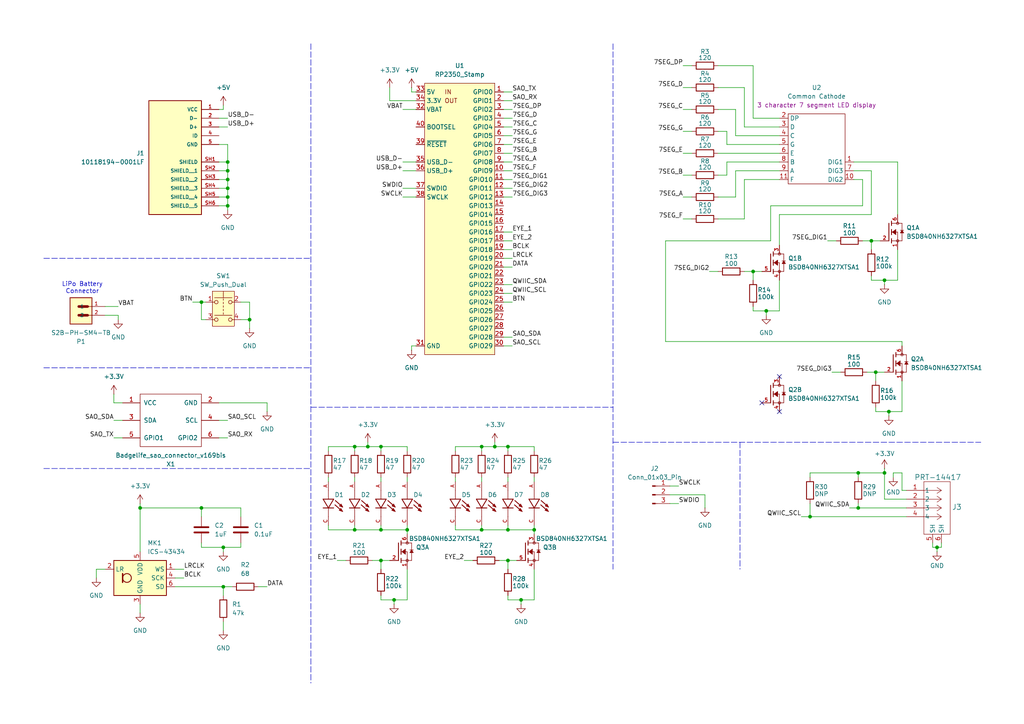
<source format=kicad_sch>
(kicad_sch (version 20250114) (generator "eeschema") (generator_version "9.0")
  (paper "A4")
  (title_block (title "Crommeter") (date "2025-09-20") (rev "v01") (company "creativecommons.org/licenses/by/4.0/") (comment 1 "License: CC BY 4.0") (comment 2 "Author: Shawn Hymel"))
  (lib_symbols
    (symbol "10118194-0001LF:10118194-0001LF" (pin_names (offset 1.016))
      (property "Reference" "J" (at -7.62 10.922 0))
      (property "Value" "10118194-0001LF" (at -7.62 -25.4 0))
      (symbol "10118194-0001LF_0_0"
        (pin power_in line (at -12.7 7.62 0) (length 5.08) (name "VCC") (number "1"))
        (pin bidirectional line (at -12.7 5.08 0) (length 5.08) (name "D-") (number "2"))
        (pin bidirectional line (at -12.7 2.54 0) (length 5.08) (name "D+") (number "3"))
        (pin bidirectional line (at -12.7 0 0) (length 5.08) (name "ID") (number "4"))
        (pin power_in line (at -12.7 -2.54 0) (length 5.08) (name "GND") (number "5"))
        (pin passive line (at -12.7 -7.62 0) (length 5.08) (name "SHIELD") (number "SH1"))
        (pin passive line (at -12.7 -10.16 0) (length 5.08) (name "SHIELD__1") (number "SH2"))
        (pin passive line (at -12.7 -12.7 0) (length 5.08) (name "SHIELD__2") (number "SH3"))
        (pin passive line (at -12.7 -15.24 0) (length 5.08) (name "SHIELD__3") (number "SH4"))
        (pin passive line (at -12.7 -17.78 0) (length 5.08) (name "SHIELD__4") (number "SH5"))
        (pin passive line (at -12.7 -20.32 0) (length 5.08) (name "SHIELD__5") (number "SH6"))
      )
    )
    (symbol "BSD840NH6327XTSA1:BSD840NH6327XTSA1" (pin_names (offset 1.016))
      (property "Reference" "Q" (at -8.89 2.54 0))
      (property "Value" "BSD840NH6327XTSA1" (at -8.89 -7.62 0))
      (symbol "BSD840NH6327XTSA1_1_0"
        (pin passive line (at -2.54 -2.54 0) (length 2.54) (name "~") (number "2"))
        (pin passive line (at 2.54 5.08 270) (length 2.54) (name "~") (number "6"))
        (pin passive line (at 2.54 -5.08 90) (length 2.54) (name "~") (number "1"))
      )
      (symbol "BSD840NH6327XTSA1_2_0"
        (pin passive line (at -2.54 -2.54 0) (length 2.54) (name "~") (number "5"))
        (pin passive line (at 2.54 5.08 270) (length 2.54) (name "~") (number "3"))
        (pin passive line (at 2.54 -5.08 90) (length 2.54) (name "~") (number "4"))
      )
    )
    (symbol "CUW_Y3SH.B2-GFJD-5J6T-Z242-20-R18-Z:CUW_Y3SH.B2-GFJD-5J6T-Z242-20-R18-Z" (pin_names (offset 1.016))
      (property "Reference" "D" (at -3.556 4.4958 0))
      (property "Value" "CUW_Y3SH.B2-GFJD-5J6T-Z242-20-R18-Z" (at -3.556 -3.302 0))
      (symbol "CUW_Y3SH.B2-GFJD-5J6T-Z242-20-R18-Z_0_0"
        (pin passive line (at -7.62 0 0) (length 2.54) (name "~") (number "A"))
        (pin passive line (at 5.08 0 180) (length 2.54) (name "~") (number "C"))
      )
    )
    (symbol "Connector:Conn_01x03_Pin" (pin_names (offset 1.016) (hide yes))
      (property "Reference" "J" (at 0 5.08 0))
      (property "Value" "Conn_01x03_Pin" (at 0 -5.08 0))
      (symbol "Conn_01x03_Pin_1_1"
        (pin passive line (at 5.08 2.54 180) (length 3.81) (name "Pin_1") (number "1"))
        (pin passive line (at 5.08 0 180) (length 3.81) (name "Pin_2") (number "2"))
        (pin passive line (at 5.08 -2.54 180) (length 3.81) (name "Pin_3") (number "3"))
      )
    )
    (symbol "Device:C" (pin_numbers (hide yes)) (pin_names (offset 0.254))
      (property "Reference" "C" (at 0.635 2.54 0))
      (property "Value" "C" (at 0.635 -2.54 0))
      (symbol "C_1_1"
        (pin passive line (at 0 3.81 270) (length 2.794) (name "~") (number "1"))
        (pin passive line (at 0 -3.81 90) (length 2.794) (name "~") (number "2"))
      )
    )
    (symbol "Device:R" (pin_numbers (hide yes)) (pin_names (offset 0))
      (property "Reference" "R" (at 2.032 0 90))
      (property "Value" "R" (at 0 0 90))
      (symbol "R_1_1"
        (pin passive line (at 0 3.81 270) (length 1.27) (name "~") (number "1"))
        (pin passive line (at 0 -3.81 90) (length 1.27) (name "~") (number "2"))
      )
    )
    (symbol "RP2xxx_Stamp:RP2350_Stamp"
      (property "Reference" "U" (at 10.16 43.18 0))
      (property "Value" "RP2350_Stamp" (at 0 -38.1 0))
      (symbol "RP2350_Stamp_0_0"
        (text "IN" (at -4.445 39.37 0) (effects (font (size 1.27 1.27)) (justify left)))
        (text "OUT" (at -4.445 36.83 0) (effects (font (size 1.27 1.27)) (justify left)))
        (pin power_in line (at -12.7 39.37 0) (length 2.54) (name "5V") (number "33"))
        (pin power_out line (at -12.7 36.83 0) (length 2.54) (name "3.3V") (number "34"))
        (pin power_in line (at -12.7 34.29 0) (length 2.54) (name "VBAT") (number "32"))
        (pin input line (at -12.7 29.21 0) (length 2.54) (name "BOOTSEL") (number "40"))
        (pin bidirectional line (at -12.7 24.13 0) (length 2.54) (name "~{RESET}") (number "39"))
        (pin bidirectional line (at -12.7 19.05 0) (length 2.54) (name "USB_D-") (number "35"))
        (pin bidirectional line (at -12.7 16.51 0) (length 2.54) (name "USB_D+") (number "36"))
        (pin bidirectional line (at -12.7 11.43 0) (length 2.54) (name "SWDIO") (number "37"))
        (pin input line (at -12.7 8.89 0) (length 2.54) (name "SWCLK") (number "38"))
        (pin power_in line (at -12.7 -34.29 0) (length 2.54) (name "GND") (number "31"))
        (pin bidirectional line (at 12.7 39.37 180) (length 2.54) (name "GPIO0") (number "1"))
        (pin bidirectional line (at 12.7 36.83 180) (length 2.54) (name "GPIO1") (number "2"))
        (pin bidirectional line (at 12.7 34.29 180) (length 2.54) (name "GPIO2") (number "3"))
        (pin bidirectional line (at 12.7 31.75 180) (length 2.54) (name "GPIO3") (number "4"))
        (pin bidirectional line (at 12.7 29.21 180) (length 2.54) (name "GPIO4") (number "5"))
        (pin bidirectional line (at 12.7 26.67 180) (length 2.54) (name "GPIO5") (number "6"))
        (pin bidirectional line (at 12.7 24.13 180) (length 2.54) (name "GPIO6") (number "7"))
        (pin bidirectional line (at 12.7 21.59 180) (length 2.54) (name "GPIO7") (number "8"))
        (pin bidirectional line (at 12.7 19.05 180) (length 2.54) (name "GPIO8") (number "9"))
        (pin bidirectional line (at 12.7 16.51 180) (length 2.54) (name "GPIO9") (number "10"))
        (pin bidirectional line (at 12.7 13.97 180) (length 2.54) (name "GPIO10") (number "11"))
        (pin bidirectional line (at 12.7 11.43 180) (length 2.54) (name "GPIO11") (number "12"))
        (pin bidirectional line (at 12.7 8.89 180) (length 2.54) (name "GPIO12") (number "13"))
        (pin bidirectional line (at 12.7 6.35 180) (length 2.54) (name "GPIO13") (number "14"))
        (pin bidirectional line (at 12.7 3.81 180) (length 2.54) (name "GPIO14") (number "15"))
        (pin bidirectional line (at 12.7 1.27 180) (length 2.54) (name "GPIO15") (number "16"))
        (pin bidirectional line (at 12.7 -1.27 180) (length 2.54) (name "GPIO16") (number "17"))
        (pin bidirectional line (at 12.7 -3.81 180) (length 2.54) (name "GPIO17") (number "18"))
        (pin bidirectional line (at 12.7 -6.35 180) (length 2.54) (name "GPIO18") (number "19"))
        (pin bidirectional line (at 12.7 -8.89 180) (length 2.54) (name "GPIO19") (number "20"))
        (pin bidirectional line (at 12.7 -11.43 180) (length 2.54) (name "GPIO20") (number "21"))
        (pin bidirectional line (at 12.7 -13.97 180) (length 2.54) (name "GPIO21") (number "22"))
        (pin bidirectional line (at 12.7 -16.51 180) (length 2.54) (name "GPIO22") (number "23"))
        (pin bidirectional line (at 12.7 -19.05 180) (length 2.54) (name "GPIO23") (number "24"))
        (pin bidirectional line (at 12.7 -21.59 180) (length 2.54) (name "GPIO24") (number "25"))
        (pin bidirectional line (at 12.7 -24.13 180) (length 2.54) (name "GPIO25") (number "26"))
        (pin bidirectional line (at 12.7 -26.67 180) (length 2.54) (name "GPIO26") (number "27"))
        (pin bidirectional line (at 12.7 -29.21 180) (length 2.54) (name "GPIO27") (number "28"))
        (pin bidirectional line (at 12.7 -31.75 180) (length 2.54) (name "GPIO28") (number "29"))
        (pin bidirectional line (at 12.7 -34.29 180) (length 2.54) (name "GPIO29") (number "30"))
      )
    )
    (symbol "S2B-PH-SM4-TB:S2B-PH-SM4-TB" (pin_names (offset 1.016))
      (property "Reference" "P" (at -1.2718 3.8155 0))
      (property "Value" "S2B-PH-SM4-TB" (at -1.271 -5.0839 0))
      (symbol "S2B-PH-SM4-TB_0_0"
        (pin passive line (at -5.08 1.27 0) (length 5.08) (name "1") (number "1"))
        (pin passive line (at -5.08 -1.27 0) (length 5.08) (name "2") (number "2"))
      )
    )
    (symbol "Sensor_Audio:ICS-43434"
      (property "Reference" "MK" (at -7.62 6.35 0))
      (property "Value" "ICS-43434" (at 1.27 6.35 0))
      (symbol "ICS-43434_1_1"
        (pin input line (at -10.16 2.54 0) (length 2.54) (name "LR") (number "2"))
        (pin power_in line (at 0 7.62 270) (length 2.54) (name "VDD") (number "5"))
        (pin power_in line (at 0 -7.62 90) (length 2.54) (name "GND") (number "3"))
        (pin input line (at 10.16 2.54 180) (length 2.54) (name "WS") (number "1"))
        (pin input line (at 10.16 0 180) (length 2.54) (name "SCK") (number "4"))
        (pin output line (at 10.16 -2.54 180) (length 2.54) (name "SD") (number "6"))
      )
    )
    (symbol "Switch:SW_Push_Dual" (pin_names (offset 1.016) (hide yes))
      (property "Reference" "SW" (at 0 7.62 0))
      (property "Value" "SW_Push_Dual" (at 0 -6.35 0))
      (symbol "SW_Push_Dual_0_1"
        (pin passive line (at -5.08 2.54 0) (length 2.54) (name "1") (number "1"))
        (pin passive line (at -5.08 -2.54 0) (length 2.54) (name "3") (number "3"))
        (pin passive line (at 5.08 2.54 180) (length 2.54) (name "2") (number "2"))
        (pin passive line (at 5.08 -2.54 180) (length 2.54) (name "4") (number "4"))
      )
    )
    (symbol "badgelife_shitty_addon_v169bis:Badgelife_sao_connector_v169bis" (pin_names (offset 1.016))
      (property "Reference" "X" (at 0 0 0))
      (property "Value" "Badgelife_sao_connector_v169bis" (at 0 20.32 0))
      (symbol "Badgelife_sao_connector_v169bis_1_1"
        (pin input line (at -5.08 13.97 270) (length 5.08) (name "VCC") (number "1"))
        (pin input line (at -5.08 -13.97 90) (length 5.08) (name "GND") (number "2"))
        (pin input line (at 0 13.97 270) (length 5.08) (name "SDA") (number "3"))
        (pin input line (at 0 -13.97 90) (length 5.08) (name "SCL") (number "4"))
        (pin input line (at 5.08 13.97 270) (length 5.08) (name "GPIO1") (number "5"))
        (pin input line (at 5.08 -13.97 90) (length 5.08) (name "GPIO2") (number "6"))
      )
    )
    (symbol "custom:SDTC40R2W"
      (property "Reference" "U" (at -5.588 11.43 0))
      (property "Value" "Common Cathode" (at 0 -14.224 0))
      (property "Description" "3 character 7 segment LED display" (at 0 -11.684 0))
      (symbol "SDTC40R2W_1_1"
        (pin input line (at -10.16 8.89 0) (length 2.54) (name "DP") (number "2"))
        (pin input line (at -10.16 6.35 0) (length 2.54) (name "D") (number "3"))
        (pin input line (at -10.16 3.81 0) (length 2.54) (name "C") (number "4"))
        (pin input line (at -10.16 1.27 0) (length 2.54) (name "G") (number "5"))
        (pin input line (at -10.16 -1.27 0) (length 2.54) (name "E") (number "6"))
        (pin input line (at -10.16 -3.81 0) (length 2.54) (name "B") (number "8"))
        (pin input line (at -10.16 -6.35 0) (length 2.54) (name "A") (number "9"))
        (pin input line (at -10.16 -8.89 0) (length 2.54) (name "F") (number "11"))
        (pin input line (at 11.43 -3.81 180) (length 2.54) (name "DIG1") (number "1"))
        (pin input line (at 11.43 -6.35 180) (length 2.54) (name "DIG3") (number "7"))
        (pin input line (at 11.43 -8.89 180) (length 2.54) (name "DIG2") (number "10"))
      )
    )
    (symbol "power:+3.3V" (power) (pin_numbers (hide yes)) (pin_names (offset 0) (hide yes))
      (property "Value" "+3.3V" (at 0 3.556 0))
      (symbol "+3.3V_1_1"
        (pin power_in line (at 0 0 90) (length 0) (name "~") (number "1"))
      )
    )
    (symbol "power:+5V" (power) (pin_numbers (hide yes)) (pin_names (offset 0) (hide yes))
      (property "Value" "+5V" (at 0 3.556 0))
      (symbol "+5V_1_1"
        (pin power_in line (at 0 0 90) (length 0) (name "~") (number "1"))
      )
    )
    (symbol "power:GND" (power) (pin_numbers (hide yes)) (pin_names (offset 0) (hide yes))
      (property "Value" "GND" (at 0 -3.81 0))
      (symbol "GND_1_1"
        (pin power_in line (at 0 0 270) (length 0) (name "~") (number "1"))
      )
    )
    (symbol "qwiic_connector:PRT-14417" (pin_names (offset 0.254))
      (property "Reference" "J" (at 8.89 6.35 0))
      (property "Value" "PRT-14417" (at 0 0 0))
      (symbol "PRT-14417_1_1"
        (pin unspecified line (at 0 0 0) (length 5.08) (name "1") (number "1"))
        (pin unspecified line (at 0 -2.54 0) (length 5.08) (name "2") (number "2"))
        (pin unspecified line (at 0 -5.08 0) (length 5.08) (name "3") (number "3"))
        (pin unspecified line (at 0 -7.62 0) (length 5.08) (name "4") (number "4"))
        (pin passive line (at 7.62 -15.24 90) (length 2.54) (name "SH") (number "5"))
        (pin passive line (at 10.16 -15.24 90) (length 2.54) (name "SH") (number "6"))
      )
      (symbol "PRT-14417_1_2"
        (pin unspecified line (at 0 0 0) (length 5.08) (name "1") (number "1"))
        (pin unspecified line (at 0 -2.54 0) (length 5.08) (name "2") (number "2"))
        (pin unspecified line (at 0 -5.08 0) (length 5.08) (name "3") (number "3"))
        (pin unspecified line (at 0 -7.62 0) (length 5.08) (name "4") (number "4"))
      )
    )
  )
  (text "LiPo Battery\nConnector" (at 23.876 83.566 0) (effects (font (size 1.27 1.27))))
  (junction (at 248.92 137.16))
  (junction (at 139.7 153.67))
  (junction (at 66.04 52.07))
  (junction (at 151.13 173.99))
  (junction (at 256.54 81.28))
  (junction (at 114.3 173.99))
  (junction (at 222.25 90.17))
  (junction (at 257.81 119.38))
  (junction (at 58.42 147.32))
  (junction (at 252.73 69.85))
  (junction (at 64.77 158.75))
  (junction (at 254 107.95))
  (junction (at 147.32 162.56))
  (junction (at 66.04 46.99))
  (junction (at 110.49 153.67))
  (junction (at 64.77 170.18))
  (junction (at 106.68 129.54))
  (junction (at 154.94 153.67))
  (junction (at 256.54 137.16))
  (junction (at 147.32 153.67))
  (junction (at 40.64 147.32))
  (junction (at 110.49 129.54))
  (junction (at 139.7 129.54))
  (junction (at 66.04 49.53))
  (junction (at 66.04 54.61))
  (junction (at 147.32 129.54))
  (junction (at 110.49 162.56))
  (junction (at 66.04 57.15))
  (junction (at 218.44 78.74))
  (junction (at 234.95 149.86))
  (junction (at 66.04 59.69))
  (junction (at 248.92 147.32))
  (junction (at 58.42 87.63))
  (junction (at 102.87 129.54))
  (junction (at 143.51 129.54))
  (junction (at 72.39 92.71))
  (junction (at 102.87 153.67))
  (junction (at 271.78 158.75))
  (junction (at 118.11 153.67))
  (no_connect (at 226.06 119.38))
  (no_connect (at 226.06 109.22))
  (no_connect (at 220.98 116.84))
  (wire (pts (xy 223.52 59.69) (xy 223.52 69.85)))
  (wire (pts (xy 146.05 97.79) (xy 148.59 97.79)))
  (wire (pts (xy 215.9 78.74) (xy 218.44 78.74)))
  (wire (pts (xy 132.08 152.4) (xy 132.08 153.67)))
  (wire (pts (xy 132.08 153.67) (xy 139.7 153.67)))
  (wire (pts (xy 208.28 63.5) (xy 215.9 63.5)))
  (wire (pts (xy 50.8 167.64) (xy 53.34 167.64)))
  (wire (pts (xy 110.49 172.72) (xy 110.49 173.99)))
  (wire (pts (xy 208.28 31.75) (xy 213.36 31.75)))
  (wire (pts (xy 226.06 62.23) (xy 252.73 62.23)))
  (wire (pts (xy 198.12 50.8) (xy 200.66 50.8)))
  (polyline (pts (xy 90.17 12.7) (xy 90.17 198.12)) (stroke (width 0) (type dash)))
  (wire (pts (xy 63.5 57.15) (xy 66.04 57.15)))
  (wire (pts (xy 218.44 78.74) (xy 220.98 78.74)))
  (wire (pts (xy 66.04 54.61) (xy 66.04 57.15)))
  (wire (pts (xy 59.69 92.71) (xy 58.42 92.71)))
  (wire (pts (xy 154.94 153.67) (xy 154.94 154.94)))
  (wire (pts (xy 64.77 158.75) (xy 64.77 160.02)))
  (wire (pts (xy 205.74 78.74) (xy 208.28 78.74)))
  (wire (pts (xy 250.19 69.85) (xy 252.73 69.85)))
  (wire (pts (xy 252.73 49.53) (xy 252.73 62.23)))
  (wire (pts (xy 116.84 46.99) (xy 120.65 46.99)))
  (wire (pts (xy 102.87 153.67) (xy 110.49 153.67)))
  (wire (pts (xy 110.49 129.54) (xy 110.49 130.81)))
  (wire (pts (xy 119.38 101.6) (xy 119.38 100.33)))
  (wire (pts (xy 119.38 100.33) (xy 120.65 100.33)))
  (wire (pts (xy 223.52 59.69) (xy 250.19 59.69)))
  (wire (pts (xy 132.08 129.54) (xy 139.7 129.54)))
  (wire (pts (xy 151.13 173.99) (xy 154.94 173.99)))
  (wire (pts (xy 259.08 137.16) (xy 259.08 138.43)))
  (wire (pts (xy 146.05 29.21) (xy 148.59 29.21)))
  (wire (pts (xy 66.04 34.29) (xy 63.5 34.29)))
  (wire (pts (xy 143.51 129.54) (xy 143.51 128.27)))
  (wire (pts (xy 154.94 153.67) (xy 147.32 153.67)))
  (wire (pts (xy 198.12 57.15) (xy 200.66 57.15)))
  (wire (pts (xy 146.05 39.37) (xy 148.59 39.37)))
  (wire (pts (xy 248.92 137.16) (xy 248.92 138.43)))
  (wire (pts (xy 64.77 180.34) (xy 64.77 182.88)))
  (wire (pts (xy 234.95 149.86) (xy 262.89 149.86)))
  (wire (pts (xy 226.06 62.23) (xy 226.06 71.12)))
  (wire (pts (xy 58.42 147.32) (xy 58.42 149.86)))
  (wire (pts (xy 208.28 44.45) (xy 226.06 44.45)))
  (wire (pts (xy 63.5 46.99) (xy 66.04 46.99)))
  (wire (pts (xy 208.28 57.15) (xy 213.36 57.15)))
  (wire (pts (xy 261.62 99.06) (xy 261.62 100.33)))
  (polyline (pts (xy 12.7 106.68) (xy 90.17 106.68)) (stroke (width 0) (type dash)))
  (wire (pts (xy 116.84 31.75) (xy 120.65 31.75)))
  (wire (pts (xy 246.38 147.32) (xy 248.92 147.32)))
  (wire (pts (xy 146.05 44.45) (xy 148.59 44.45)))
  (wire (pts (xy 110.49 138.43) (xy 110.49 139.7)))
  (wire (pts (xy 256.54 81.28) (xy 256.54 82.55)))
  (wire (pts (xy 146.05 77.47) (xy 148.59 77.47)))
  (wire (pts (xy 58.42 158.75) (xy 64.77 158.75)))
  (wire (pts (xy 55.88 87.63) (xy 58.42 87.63)))
  (wire (pts (xy 146.05 69.85) (xy 148.59 69.85)))
  (wire (pts (xy 119.38 26.67) (xy 120.65 26.67)))
  (wire (pts (xy 147.32 162.56) (xy 147.32 165.1)))
  (wire (pts (xy 69.85 87.63) (xy 72.39 87.63)))
  (polyline (pts (xy 177.8 128.27) (xy 284.48 128.27)) (stroke (width 0) (type dash)))
  (wire (pts (xy 132.08 138.43) (xy 132.08 139.7)))
  (wire (pts (xy 147.32 129.54) (xy 147.32 130.81)))
  (wire (pts (xy 234.95 137.16) (xy 234.95 138.43)))
  (wire (pts (xy 27.94 165.1) (xy 30.48 165.1)))
  (wire (pts (xy 102.87 152.4) (xy 102.87 153.67)))
  (wire (pts (xy 198.12 38.1) (xy 200.66 38.1)))
  (wire (pts (xy 271.78 158.75) (xy 273.05 158.75)))
  (wire (pts (xy 213.36 39.37) (xy 226.06 39.37)))
  (wire (pts (xy 270.51 158.75) (xy 271.78 158.75)))
  (polyline (pts (xy 177.8 12.7) (xy 177.8 165.1)) (stroke (width 0) (type dash)))
  (wire (pts (xy 72.39 87.63) (xy 72.39 92.71)))
  (wire (pts (xy 254 119.38) (xy 257.81 119.38)))
  (wire (pts (xy 248.92 147.32) (xy 262.89 147.32)))
  (wire (pts (xy 107.95 162.56) (xy 110.49 162.56)))
  (wire (pts (xy 120.65 29.21) (xy 113.03 29.21)))
  (wire (pts (xy 146.05 72.39) (xy 148.59 72.39)))
  (wire (pts (xy 250.19 52.07) (xy 250.19 59.69)))
  (wire (pts (xy 146.05 46.99) (xy 148.59 46.99)))
  (wire (pts (xy 257.81 119.38) (xy 261.62 119.38)))
  (wire (pts (xy 69.85 158.75) (xy 69.85 157.48)))
  (wire (pts (xy 116.84 54.61) (xy 120.65 54.61)))
  (wire (pts (xy 256.54 81.28) (xy 260.35 81.28)))
  (wire (pts (xy 40.64 147.32) (xy 58.42 147.32)))
  (wire (pts (xy 213.36 31.75) (xy 213.36 39.37)))
  (wire (pts (xy 66.04 41.91) (xy 66.04 46.99)))
  (wire (pts (xy 210.82 46.99) (xy 226.06 46.99)))
  (wire (pts (xy 114.3 173.99) (xy 114.3 175.26)))
  (wire (pts (xy 118.11 129.54) (xy 118.11 130.81)))
  (wire (pts (xy 64.77 158.75) (xy 69.85 158.75)))
  (wire (pts (xy 66.04 46.99) (xy 66.04 49.53)))
  (wire (pts (xy 154.94 173.99) (xy 154.94 165.1)))
  (polyline (pts (xy 90.17 118.11) (xy 177.8 118.11)) (stroke (width 0) (type dash)))
  (wire (pts (xy 213.36 49.53) (xy 226.06 49.53)))
  (wire (pts (xy 240.03 69.85) (xy 242.57 69.85)))
  (wire (pts (xy 147.32 138.43) (xy 147.32 139.7)))
  (wire (pts (xy 146.05 34.29) (xy 148.59 34.29)))
  (polyline (pts (xy 12.7 135.89) (xy 90.17 135.89)) (stroke (width 0) (type dash)))
  (wire (pts (xy 261.62 119.38) (xy 261.62 110.49)))
  (wire (pts (xy 27.94 165.1) (xy 27.94 167.64)))
  (wire (pts (xy 146.05 49.53) (xy 148.59 49.53)))
  (wire (pts (xy 110.49 173.99) (xy 114.3 173.99)))
  (wire (pts (xy 241.3 107.95) (xy 243.84 107.95)))
  (wire (pts (xy 215.9 36.83) (xy 226.06 36.83)))
  (wire (pts (xy 63.5 49.53) (xy 66.04 49.53)))
  (wire (pts (xy 33.02 127) (xy 35.56 127)))
  (wire (pts (xy 146.05 74.93) (xy 148.59 74.93)))
  (wire (pts (xy 146.05 54.61) (xy 148.59 54.61)))
  (wire (pts (xy 146.05 67.31) (xy 148.59 67.31)))
  (wire (pts (xy 198.12 31.75) (xy 200.66 31.75)))
  (wire (pts (xy 118.11 153.67) (xy 118.11 154.94)))
  (wire (pts (xy 50.8 165.1) (xy 53.34 165.1)))
  (wire (pts (xy 63.5 41.91) (xy 66.04 41.91)))
  (wire (pts (xy 218.44 88.9) (xy 218.44 90.17)))
  (wire (pts (xy 254 107.95) (xy 256.54 107.95)))
  (wire (pts (xy 118.11 138.43) (xy 118.11 139.7)))
  (wire (pts (xy 147.32 129.54) (xy 154.94 129.54)))
  (wire (pts (xy 194.31 146.05) (xy 196.85 146.05)))
  (wire (pts (xy 69.85 149.86) (xy 69.85 147.32)))
  (wire (pts (xy 146.05 31.75) (xy 148.59 31.75)))
  (wire (pts (xy 66.04 57.15) (xy 66.04 59.69)))
  (wire (pts (xy 154.94 129.54) (xy 154.94 130.81)))
  (wire (pts (xy 64.77 170.18) (xy 67.31 170.18)))
  (polyline (pts (xy 12.7 74.93) (xy 90.17 74.93)) (stroke (width 0) (type dash)))
  (wire (pts (xy 58.42 92.71) (xy 58.42 87.63)))
  (wire (pts (xy 147.32 162.56) (xy 149.86 162.56)))
  (wire (pts (xy 102.87 129.54) (xy 106.68 129.54)))
  (wire (pts (xy 106.68 129.54) (xy 106.68 128.27)))
  (wire (pts (xy 146.05 100.33) (xy 148.59 100.33)))
  (wire (pts (xy 218.44 78.74) (xy 218.44 81.28)))
  (wire (pts (xy 154.94 152.4) (xy 154.94 153.67)))
  (wire (pts (xy 154.94 138.43) (xy 154.94 139.7)))
  (wire (pts (xy 262.89 142.24) (xy 261.62 142.24)))
  (wire (pts (xy 146.05 41.91) (xy 148.59 41.91)))
  (wire (pts (xy 119.38 25.4) (xy 119.38 26.67)))
  (wire (pts (xy 139.7 138.43) (xy 139.7 139.7)))
  (wire (pts (xy 210.82 41.91) (xy 226.06 41.91)))
  (wire (pts (xy 72.39 92.71) (xy 72.39 95.25)))
  (wire (pts (xy 118.11 153.67) (xy 110.49 153.67)))
  (wire (pts (xy 95.25 153.67) (xy 102.87 153.67)))
  (wire (pts (xy 146.05 57.15) (xy 148.59 57.15)))
  (wire (pts (xy 198.12 25.4) (xy 200.66 25.4)))
  (wire (pts (xy 74.93 170.18) (xy 77.47 170.18)))
  (wire (pts (xy 194.31 143.51) (xy 204.47 143.51)))
  (wire (pts (xy 215.9 25.4) (xy 215.9 36.83)))
  (wire (pts (xy 58.42 147.32) (xy 69.85 147.32)))
  (wire (pts (xy 146.05 26.67) (xy 148.59 26.67)))
  (wire (pts (xy 50.8 170.18) (xy 64.77 170.18)))
  (wire (pts (xy 110.49 162.56) (xy 113.03 162.56)))
  (wire (pts (xy 208.28 25.4) (xy 215.9 25.4)))
  (wire (pts (xy 116.84 57.15) (xy 120.65 57.15)))
  (wire (pts (xy 215.9 52.07) (xy 226.06 52.07)))
  (wire (pts (xy 194.31 140.97) (xy 196.85 140.97)))
  (wire (pts (xy 234.95 137.16) (xy 248.92 137.16)))
  (wire (pts (xy 273.05 157.48) (xy 273.05 158.75)))
  (wire (pts (xy 146.05 82.55) (xy 148.59 82.55)))
  (wire (pts (xy 40.64 146.05) (xy 40.64 147.32)))
  (wire (pts (xy 63.5 52.07) (xy 66.04 52.07)))
  (wire (pts (xy 63.5 54.61) (xy 66.04 54.61)))
  (wire (pts (xy 261.62 137.16) (xy 259.08 137.16)))
  (wire (pts (xy 66.04 36.83) (xy 63.5 36.83)))
  (wire (pts (xy 247.65 52.07) (xy 250.19 52.07)))
  (wire (pts (xy 144.78 162.56) (xy 147.32 162.56)))
  (wire (pts (xy 146.05 36.83) (xy 148.59 36.83)))
  (wire (pts (xy 66.04 52.07) (xy 66.04 54.61)))
  (wire (pts (xy 110.49 152.4) (xy 110.49 153.67)))
  (wire (pts (xy 97.79 162.56) (xy 100.33 162.56)))
  (wire (pts (xy 95.25 130.81) (xy 95.25 129.54)))
  (wire (pts (xy 252.73 81.28) (xy 256.54 81.28)))
  (wire (pts (xy 271.78 158.75) (xy 271.78 160.02)))
  (wire (pts (xy 114.3 173.99) (xy 118.11 173.99)))
  (wire (pts (xy 77.47 116.84) (xy 77.47 119.38)))
  (wire (pts (xy 222.25 90.17) (xy 222.25 91.44)))
  (wire (pts (xy 218.44 90.17) (xy 222.25 90.17)))
  (wire (pts (xy 208.28 38.1) (xy 210.82 38.1)))
  (wire (pts (xy 58.42 87.63) (xy 59.69 87.63)))
  (wire (pts (xy 215.9 63.5) (xy 215.9 52.07)))
  (wire (pts (xy 234.95 149.86) (xy 234.95 146.05)))
  (wire (pts (xy 95.25 129.54) (xy 102.87 129.54)))
  (wire (pts (xy 69.85 92.71) (xy 72.39 92.71)))
  (wire (pts (xy 146.05 85.09) (xy 148.59 85.09)))
  (wire (pts (xy 63.5 121.92) (xy 66.04 121.92)))
  (wire (pts (xy 210.82 50.8) (xy 210.82 46.99)))
  (wire (pts (xy 254 107.95) (xy 254 110.49)))
  (wire (pts (xy 256.54 137.16) (xy 248.92 137.16)))
  (wire (pts (xy 35.56 116.84) (xy 33.02 116.84)))
  (wire (pts (xy 30.48 88.9) (xy 34.29 88.9)))
  (wire (pts (xy 95.25 138.43) (xy 95.25 139.7)))
  (wire (pts (xy 208.28 19.05) (xy 218.44 19.05)))
  (wire (pts (xy 33.02 121.92) (xy 35.56 121.92)))
  (wire (pts (xy 193.04 69.85) (xy 193.04 99.06)))
  (wire (pts (xy 33.02 116.84) (xy 33.02 114.3)))
  (wire (pts (xy 193.04 99.06) (xy 261.62 99.06)))
  (wire (pts (xy 139.7 129.54) (xy 143.51 129.54)))
  (wire (pts (xy 248.92 147.32) (xy 248.92 146.05)))
  (wire (pts (xy 213.36 57.15) (xy 213.36 49.53)))
  (polyline (pts (xy 214.63 128.27) (xy 214.63 165.1)) (stroke (width 0) (type dash)))
  (wire (pts (xy 247.65 49.53) (xy 252.73 49.53)))
  (wire (pts (xy 260.35 72.39) (xy 260.35 81.28)))
  (wire (pts (xy 139.7 152.4) (xy 139.7 153.67)))
  (wire (pts (xy 110.49 129.54) (xy 118.11 129.54)))
  (wire (pts (xy 146.05 87.63) (xy 148.59 87.63)))
  (wire (pts (xy 40.64 147.32) (xy 40.64 160.02)))
  (wire (pts (xy 63.5 59.69) (xy 66.04 59.69)))
  (wire (pts (xy 247.65 46.99) (xy 260.35 46.99)))
  (wire (pts (xy 63.5 31.75) (xy 64.77 31.75)))
  (wire (pts (xy 118.11 173.99) (xy 118.11 165.1)))
  (wire (pts (xy 139.7 153.67) (xy 147.32 153.67)))
  (wire (pts (xy 102.87 138.43) (xy 102.87 139.7)))
  (wire (pts (xy 260.35 46.99) (xy 260.35 62.23)))
  (wire (pts (xy 147.32 173.99) (xy 151.13 173.99)))
  (wire (pts (xy 58.42 157.48) (xy 58.42 158.75)))
  (wire (pts (xy 40.64 175.26) (xy 40.64 177.8)))
  (wire (pts (xy 102.87 129.54) (xy 102.87 130.81)))
  (wire (pts (xy 147.32 172.72) (xy 147.32 173.99)))
  (wire (pts (xy 106.68 129.54) (xy 110.49 129.54)))
  (wire (pts (xy 208.28 50.8) (xy 210.82 50.8)))
  (wire (pts (xy 210.82 38.1) (xy 210.82 41.91)))
  (wire (pts (xy 232.41 149.86) (xy 234.95 149.86)))
  (wire (pts (xy 198.12 63.5) (xy 200.66 63.5)))
  (wire (pts (xy 223.52 69.85) (xy 193.04 69.85)))
  (wire (pts (xy 222.25 90.17) (xy 226.06 90.17)))
  (wire (pts (xy 134.62 162.56) (xy 137.16 162.56)))
  (wire (pts (xy 132.08 130.81) (xy 132.08 129.54)))
  (wire (pts (xy 261.62 142.24) (xy 261.62 137.16)))
  (wire (pts (xy 198.12 44.45) (xy 200.66 44.45)))
  (wire (pts (xy 198.12 19.05) (xy 200.66 19.05)))
  (wire (pts (xy 218.44 34.29) (xy 226.06 34.29)))
  (wire (pts (xy 113.03 29.21) (xy 113.03 25.4)))
  (wire (pts (xy 270.51 157.48) (xy 270.51 158.75)))
  (wire (pts (xy 151.13 173.99) (xy 151.13 175.26)))
  (wire (pts (xy 63.5 127) (xy 66.04 127)))
  (wire (pts (xy 110.49 162.56) (xy 110.49 165.1)))
  (wire (pts (xy 66.04 49.53) (xy 66.04 52.07)))
  (wire (pts (xy 252.73 80.01) (xy 252.73 81.28)))
  (wire (pts (xy 34.29 91.44) (xy 34.29 92.71)))
  (wire (pts (xy 30.48 91.44) (xy 34.29 91.44)))
  (wire (pts (xy 204.47 143.51) (xy 204.47 147.32)))
  (wire (pts (xy 147.32 152.4) (xy 147.32 153.67)))
  (wire (pts (xy 252.73 69.85) (xy 252.73 72.39)))
  (wire (pts (xy 116.84 49.53) (xy 120.65 49.53)))
  (wire (pts (xy 143.51 129.54) (xy 147.32 129.54)))
  (wire (pts (xy 66.04 59.69) (xy 66.04 60.96)))
  (wire (pts (xy 256.54 137.16) (xy 256.54 144.78)))
  (wire (pts (xy 251.46 107.95) (xy 254 107.95)))
  (wire (pts (xy 139.7 129.54) (xy 139.7 130.81)))
  (wire (pts (xy 257.81 119.38) (xy 257.81 120.65)))
  (wire (pts (xy 64.77 31.75) (xy 64.77 30.48)))
  (wire (pts (xy 118.11 152.4) (xy 118.11 153.67)))
  (wire (pts (xy 218.44 19.05) (xy 218.44 34.29)))
  (wire (pts (xy 63.5 116.84) (xy 77.47 116.84)))
  (wire (pts (xy 254 118.11) (xy 254 119.38)))
  (wire (pts (xy 252.73 69.85) (xy 255.27 69.85)))
  (wire (pts (xy 226.06 90.17) (xy 226.06 81.28)))
  (wire (pts (xy 256.54 135.89) (xy 256.54 137.16)))
  (wire (pts (xy 146.05 52.07) (xy 148.59 52.07)))
  (wire (pts (xy 64.77 170.18) (xy 64.77 172.72)))
  (wire (pts (xy 95.25 152.4) (xy 95.25 153.67)))
  (wire (pts (xy 256.54 144.78) (xy 262.89 144.78)))
  (label "7SEG_F" (at 198.12 63.5 180))
  (label "BTN" (at 148.59 87.63 0))
  (label "LRCLK" (at 148.59 74.93 0))
  (label "7SEG_B" (at 198.12 50.8 180))
  (label "EYE_2" (at 148.59 69.85 0))
  (label "EYE_1" (at 148.59 67.31 0))
  (label "7SEG_DIG1" (at 148.59 52.07 0))
  (label "7SEG_G" (at 148.59 39.37 0))
  (label "LRCLK" (at 53.34 165.1 0))
  (label "7SEG_DIG3" (at 241.3 107.95 180))
  (label "QWIIC_SCL" (at 232.41 149.86 180))
  (label "SWCLK" (at 116.84 57.15 180))
  (label "SAO_SDA" (at 33.02 121.92 180))
  (label "EYE_1" (at 97.79 162.56 180))
  (label "USB_D-" (at 66.04 34.29 0))
  (label "7SEG_F" (at 148.59 49.53 0))
  (label "QWIIC_SCL" (at 148.59 85.09 0))
  (label "7SEG_DIG3" (at 148.59 57.15 0))
  (label "7SEG_DP" (at 148.59 31.75 0))
  (label "" (at 148.59 97.79 0))
  (label "EYE_2" (at 134.62 162.56 180))
  (label "7SEG_D" (at 198.12 25.4 180))
  (label "7SEG_DIG1" (at 240.03 69.85 180))
  (label "USB_D+" (at 116.84 49.53 180))
  (label "7SEG_D" (at 148.59 34.29 0))
  (label "VBAT" (at 116.84 31.75 180))
  (label "QWIIC_SDA" (at 246.38 147.32 180))
  (label "SAO_RX" (at 148.59 29.21 0))
  (label "VBAT" (at 34.29 88.9 0))
  (label "SWDIO" (at 116.84 54.61 180))
  (label "7SEG_DIG2" (at 148.59 54.61 0))
  (label "7SEG_E" (at 148.59 41.91 0))
  (label "SAO_TX" (at 148.59 26.67 0))
  (label "7SEG_B" (at 148.59 44.45 0))
  (label "SAO_SCL" (at 148.59 100.33 0))
  (label "7SEG_DP" (at 198.12 19.05 180))
  (label "7SEG_DIG2" (at 205.74 78.74 180))
  (label "7SEG_A" (at 148.59 46.99 0))
  (label "USB_D-" (at 116.84 46.99 180))
  (label "SAO_SDA" (at 148.59 97.79 0))
  (label "DATA" (at 77.47 170.18 0))
  (label "7SEG_C" (at 148.59 36.83 0))
  (label "SAO_SCL" (at 66.04 121.92 0))
  (label "USB_D+" (at 66.04 36.83 0))
  (label "SWCLK" (at 196.85 140.97 0))
  (label "BTN" (at 55.88 87.63 180))
  (label "BCLK" (at 148.59 72.39 0))
  (label "7SEG_E" (at 198.12 44.45 180))
  (label "SAO_RX" (at 66.04 127 0))
  (label "QWIIC_SDA" (at 148.59 82.55 0))
  (label "SWDIO" (at 196.85 146.05 0))
  (label "BCLK" (at 53.34 167.64 0))
  (label "SAO_TX" (at 33.02 127 180))
  (label "DATA" (at 148.59 77.47 0))
  (label "7SEG_A" (at 198.12 57.15 180))
  (label "7SEG_G" (at 198.12 38.1 180))
  (label "7SEG_C" (at 198.12 31.75 180))
  (symbol (lib_id "custom:SDTC40R2W") (at 236.22 43.18 0) (unit 1)
    (property "Reference" "U2" (at 236.855 25.4 0))
    (property "Value" "Common Cathode" (at 236.855 27.94 0))
    (property "Footprint" "custom:SDTC40R2W" (effects (hide yes)))
    (property "Description" "3 character 7 segment LED display" (at 236.855 30.48 0))
  )
  (symbol (lib_id "Device:R") (at 118.11 134.62 0) (unit 1)
    (property "Reference" "R20" (at 119.38 133.604 0) (effects (justify left)))
    (property "Value" "47" (at 119.38 135.636 0) (effects (justify left)))
    (property "Description" "Resistor" (effects (hide yes)))
  )
  (symbol (lib_id "Device:R") (at 95.25 134.62 0) (unit 1)
    (property "Reference" "R17" (at 96.52 133.604 0) (effects (justify left)))
    (property "Value" "47" (at 96.52 135.636 0) (effects (justify left)))
    (property "Description" "Resistor" (effects (hide yes)))
  )
  (symbol (lib_id "Device:R") (at 204.47 57.15 90) (unit 1)
    (property "Reference" "R9" (at 204.47 53.086 90))
    (property "Value" "120" (at 204.47 54.864 90))
    (property "Description" "Resistor" (effects (hide yes)))
  )
  (symbol (lib_id "power:GND") (at 114.3 175.26 0) (unit 1)
    (property "Reference" "#PWR018" (effects (hide yes)))
    (property "Value" "GND" (at 114.3 180.34 0))
    (property "Description" "Power symbol creates a global label with name \"GND\" , ground" (effects (hide yes)))
  )
  (symbol (lib_id "power:GND") (at 222.25 91.44 0) (unit 1)
    (property "Reference" "#PWR015" (effects (hide yes)))
    (property "Value" "GND" (at 222.25 96.52 0))
    (property "Description" "Power symbol creates a global label with name \"GND\" , ground" (effects (hide yes)))
  )
  (symbol (lib_id "power:+3.3V") (at 33.02 114.3 0) (unit 1)
    (property "Reference" "#PWR021" (effects (hide yes)))
    (property "Value" "+3.3V" (at 33.02 109.22 0))
    (property "Description" "Power symbol creates a global label with name \"+3.3V\"" (effects (hide yes)))
  )
  (symbol (lib_id "badgelife_shitty_addon_v169bis:Badgelife_sao_connector_v169bis") (at 49.53 121.92 90) (mirror x) (unit 1)
    (property "Reference" "X1" (at 49.53 134.62 90))
    (property "Value" "Badgelife_sao_connector_v169bis" (at 49.53 132.08 90))
  )
  (symbol (lib_id "CUW_Y3SH.B2-GFJD-5J6T-Z242-20-R18-Z:CUW_Y3SH.B2-GFJD-5J6T-Z242-20-R18-Z") (at 139.7 147.32 270) (unit 1)
    (property "Reference" "D6" (at 141.478 143.51 90) (effects (justify left)))
    (property "Value" "CUW_Y3SH.B2-GFJD-5J6T-Z242-20-R18-Z" (effects (hide yes)))
    (property "Footprint" "CUW_Y3SH.B2-GFJD-5J6T-Z242-20-R18-Z:LED_CUW_Y3SH.B2-GFJD-5J6T-Z242-20-R18-Z" (effects (hide yes)))
    (property "PARTREV" "1.0" (effects (hide yes)))
    (property "SNAPEDA_PN" "CUW Y3SH.B2-GFJD-5J6T-Z242-20-R18-Z" (effects (hide yes)))
    (property "STANDARD" "Manufacturer Recommendations" (effects (hide yes)))
    (property "MAXIMUM_PACKAGE_HEIGHT" "0.7mm" (effects (hide yes)))
    (property "MANUFACTURER" "OSRAM Opto Semiconductors Inc." (effects (hide yes)))
  )
  (symbol (lib_id "power:GND") (at 256.54 82.55 0) (unit 1)
    (property "Reference" "#PWR014" (effects (hide yes)))
    (property "Value" "GND" (at 256.54 87.63 0))
    (property "Description" "Power symbol creates a global label with name \"GND\" , ground" (effects (hide yes)))
  )
  (symbol (lib_id "Device:R") (at 204.47 38.1 90) (unit 1)
    (property "Reference" "R6" (at 204.47 34.036 90))
    (property "Value" "120" (at 204.47 35.814 90))
    (property "Description" "Resistor" (effects (hide yes)))
  )
  (symbol (lib_id "10118194-0001LF:10118194-0001LF") (at 50.8 39.37 0) (mirror y) (unit 1)
    (property "Reference" "J1" (at 41.91 44.4499 0) (effects (justify left)))
    (property "Value" "10118194-0001LF" (at 41.91 46.9899 0) (effects (justify left)))
    (property "Footprint" "10118194-0001LF:AMPHENOL_10118194-0001LF" (effects (hide yes)))
    (property "PARTREV" "D" (effects (hide yes)))
    (property "MANUFACTURER" "Amphenol" (effects (hide yes)))
    (property "MAXIMUM_PACKAGE_HEIGHT" "2.66mm" (effects (hide yes)))
    (property "STANDARD" "Manufacturer Recommendations" (effects (hide yes)))
  )
  (symbol (lib_id "Device:R") (at 110.49 134.62 0) (unit 1)
    (property "Reference" "R19" (at 111.76 133.604 0) (effects (justify left)))
    (property "Value" "47" (at 111.76 135.636 0) (effects (justify left)))
    (property "Description" "Resistor" (effects (hide yes)))
  )
  (symbol (lib_id "Device:R") (at 147.32 168.91 0) (unit 1)
    (property "Reference" "R28" (at 148.59 167.894 0) (effects (justify left)))
    (property "Value" "100k" (at 148.59 169.926 0) (effects (justify left)))
    (property "Description" "Resistor" (effects (hide yes)))
  )
  (symbol (lib_id "Device:R") (at 102.87 134.62 0) (unit 1)
    (property "Reference" "R18" (at 104.14 133.604 0) (effects (justify left)))
    (property "Value" "47" (at 104.14 135.636 0) (effects (justify left)))
    (property "Description" "Resistor" (effects (hide yes)))
  )
  (symbol (lib_id "CUW_Y3SH.B2-GFJD-5J6T-Z242-20-R18-Z:CUW_Y3SH.B2-GFJD-5J6T-Z242-20-R18-Z") (at 110.49 147.32 270) (unit 1)
    (property "Reference" "D3" (at 112.268 143.51 90) (effects (justify left)))
    (property "Value" "CUW_Y3SH.B2-GFJD-5J6T-Z242-20-R18-Z" (effects (hide yes)))
    (property "Footprint" "CUW_Y3SH.B2-GFJD-5J6T-Z242-20-R18-Z:LED_CUW_Y3SH.B2-GFJD-5J6T-Z242-20-R18-Z" (effects (hide yes)))
    (property "PARTREV" "1.0" (effects (hide yes)))
    (property "SNAPEDA_PN" "CUW Y3SH.B2-GFJD-5J6T-Z242-20-R18-Z" (effects (hide yes)))
    (property "STANDARD" "Manufacturer Recommendations" (effects (hide yes)))
    (property "MAXIMUM_PACKAGE_HEIGHT" "0.7mm" (effects (hide yes)))
    (property "MANUFACTURER" "OSRAM Opto Semiconductors Inc." (effects (hide yes)))
  )
  (symbol (lib_id "Device:R") (at 247.65 107.95 90) (unit 1)
    (property "Reference" "R15" (at 247.65 103.632 90))
    (property "Value" "100" (at 247.65 105.664 90))
    (property "Description" "Resistor" (effects (hide yes)))
  )
  (symbol (lib_id "RP2xxx_Stamp:RP2350_Stamp") (at 133.35 66.04 0) (unit 1)
    (property "Reference" "U1" (at 133.35 19.05 0))
    (property "Value" "RP2350_Stamp" (at 133.35 21.59 0))
    (property "Footprint" "RP2040_Stamp:RP2040_Stamp_SMD" (effects (hide yes)))
  )
  (symbol (lib_id "CUW_Y3SH.B2-GFJD-5J6T-Z242-20-R18-Z:CUW_Y3SH.B2-GFJD-5J6T-Z242-20-R18-Z") (at 102.87 147.32 270) (unit 1)
    (property "Reference" "D2" (at 104.648 143.51 90) (effects (justify left)))
    (property "Value" "CUW_Y3SH.B2-GFJD-5J6T-Z242-20-R18-Z" (effects (hide yes)))
    (property "Footprint" "CUW_Y3SH.B2-GFJD-5J6T-Z242-20-R18-Z:LED_CUW_Y3SH.B2-GFJD-5J6T-Z242-20-R18-Z" (effects (hide yes)))
    (property "PARTREV" "1.0" (effects (hide yes)))
    (property "SNAPEDA_PN" "CUW Y3SH.B2-GFJD-5J6T-Z242-20-R18-Z" (effects (hide yes)))
    (property "STANDARD" "Manufacturer Recommendations" (effects (hide yes)))
    (property "MAXIMUM_PACKAGE_HEIGHT" "0.7mm" (effects (hide yes)))
    (property "MANUFACTURER" "OSRAM Opto Semiconductors Inc." (effects (hide yes)))
  )
  (symbol (lib_id "power:+3.3V") (at 113.03 25.4 0) (unit 1)
    (property "Reference" "#PWR08" (effects (hide yes)))
    (property "Value" "+3.3V" (at 113.03 20.32 0))
    (property "Description" "Power symbol creates a global label with name \"+3.3V\"" (effects (hide yes)))
  )
  (symbol (lib_id "Device:R") (at 246.38 69.85 90) (unit 1)
    (property "Reference" "R11" (at 246.38 65.532 90))
    (property "Value" "100" (at 246.38 67.564 90))
    (property "Description" "Resistor" (effects (hide yes)))
  )
  (symbol (lib_id "power:GND") (at 204.47 147.32 0) (mirror y) (unit 1)
    (property "Reference" "#PWR06" (effects (hide yes)))
    (property "Value" "GND" (at 204.47 152.4 0))
    (property "Description" "Power symbol creates a global label with name \"GND\" , ground" (effects (hide yes)))
  )
  (symbol (lib_id "power:GND") (at 77.47 119.38 0) (unit 1)
    (property "Reference" "#PWR022" (effects (hide yes)))
    (property "Value" "GND" (at 77.47 124.46 0))
    (property "Description" "Power symbol creates a global label with name \"GND\" , ground" (effects (hide yes)))
  )
  (symbol (lib_id "BSD840NH6327XTSA1:BSD840NH6327XTSA1") (at 223.52 114.3 0) (unit 2)
    (property "Reference" "Q2" (at 228.6 113.0299 0) (effects (justify left)))
    (property "Value" "BSD840NH6327XTSA1" (at 228.6 115.5699 0) (effects (justify left)))
    (property "Footprint" "BSD840NH6327XTSA1:TRANS_BSD840NH6327XTSA1" (effects (hide yes)))
    (property "PARTREV" "2.4" (effects (hide yes)))
    (property "STANDARD" "Manufacturer Recommendations" (effects (hide yes)))
    (property "MAXIMUM_PACKAGE_HEIGHT" "1.1 mm" (effects (hide yes)))
    (property "MANUFACTURER" "INFINEON" (effects (hide yes)))
  )
  (symbol (lib_id "CUW_Y3SH.B2-GFJD-5J6T-Z242-20-R18-Z:CUW_Y3SH.B2-GFJD-5J6T-Z242-20-R18-Z") (at 118.11 147.32 270) (unit 1)
    (property "Reference" "D4" (at 119.888 143.51 90) (effects (justify left)))
    (property "Value" "CUW_Y3SH.B2-GFJD-5J6T-Z242-20-R18-Z" (effects (hide yes)))
    (property "Footprint" "CUW_Y3SH.B2-GFJD-5J6T-Z242-20-R18-Z:LED_CUW_Y3SH.B2-GFJD-5J6T-Z242-20-R18-Z" (effects (hide yes)))
    (property "PARTREV" "1.0" (effects (hide yes)))
    (property "SNAPEDA_PN" "CUW Y3SH.B2-GFJD-5J6T-Z242-20-R18-Z" (effects (hide yes)))
    (property "STANDARD" "Manufacturer Recommendations" (effects (hide yes)))
    (property "MAXIMUM_PACKAGE_HEIGHT" "0.7mm" (effects (hide yes)))
    (property "MANUFACTURER" "OSRAM Opto Semiconductors Inc." (effects (hide yes)))
  )
  (symbol (lib_id "power:+5V") (at 64.77 30.48 0) (mirror y) (unit 1)
    (property "Reference" "#PWR04" (effects (hide yes)))
    (property "Value" "+5V" (at 64.77 25.4 0))
    (property "Description" "Power symbol creates a global label with name \"+5V\"" (effects (hide yes)))
  )
  (symbol (lib_id "power:GND") (at 34.29 92.71 0) (mirror y) (unit 1)
    (property "Reference" "#PWR01" (effects (hide yes)))
    (property "Value" "GND" (at 34.29 97.79 0))
    (property "Description" "Power symbol creates a global label with name \"GND\" , ground" (effects (hide yes)))
  )
  (symbol (lib_id "Device:R") (at 132.08 134.62 0) (unit 1)
    (property "Reference" "R23" (at 133.35 133.604 0) (effects (justify left)))
    (property "Value" "47" (at 133.35 135.636 0) (effects (justify left)))
    (property "Description" "Resistor" (effects (hide yes)))
  )
  (symbol (lib_id "power:+3.3V") (at 256.54 135.89 0) (unit 1)
    (property "Reference" "#PWR025" (effects (hide yes)))
    (property "Value" "+3.3V" (at 256.54 131.572 0))
    (property "Description" "Power symbol creates a global label with name \"+3.3V\"" (effects (hide yes)))
  )
  (symbol (lib_id "CUW_Y3SH.B2-GFJD-5J6T-Z242-20-R18-Z:CUW_Y3SH.B2-GFJD-5J6T-Z242-20-R18-Z") (at 132.08 147.32 270) (unit 1)
    (property "Reference" "D5" (at 133.858 143.51 90) (effects (justify left)))
    (property "Value" "CUW_Y3SH.B2-GFJD-5J6T-Z242-20-R18-Z" (effects (hide yes)))
    (property "Footprint" "CUW_Y3SH.B2-GFJD-5J6T-Z242-20-R18-Z:LED_CUW_Y3SH.B2-GFJD-5J6T-Z242-20-R18-Z" (effects (hide yes)))
    (property "PARTREV" "1.0" (effects (hide yes)))
    (property "SNAPEDA_PN" "CUW Y3SH.B2-GFJD-5J6T-Z242-20-R18-Z" (effects (hide yes)))
    (property "STANDARD" "Manufacturer Recommendations" (effects (hide yes)))
    (property "MAXIMUM_PACKAGE_HEIGHT" "0.7mm" (effects (hide yes)))
    (property "MANUFACTURER" "OSRAM Opto Semiconductors Inc." (effects (hide yes)))
  )
  (symbol (lib_id "BSD840NH6327XTSA1:BSD840NH6327XTSA1") (at 257.81 67.31 0) (unit 1)
    (property "Reference" "Q1" (at 262.89 66.0399 0) (effects (justify left)))
    (property "Value" "BSD840NH6327XTSA1" (at 262.89 68.5799 0) (effects (justify left)))
    (property "Footprint" "BSD840NH6327XTSA1:TRANS_BSD840NH6327XTSA1" (effects (hide yes)))
    (property "PARTREV" "2.4" (effects (hide yes)))
    (property "STANDARD" "Manufacturer Recommendations" (effects (hide yes)))
    (property "MAXIMUM_PACKAGE_HEIGHT" "1.1 mm" (effects (hide yes)))
    (property "MANUFACTURER" "INFINEON" (effects (hide yes)))
  )
  (symbol (lib_id "power:GND") (at 151.13 175.26 0) (unit 1)
    (property "Reference" "#PWR020" (effects (hide yes)))
    (property "Value" "GND" (at 151.13 180.34 0))
    (property "Description" "Power symbol creates a global label with name \"GND\" , ground" (effects (hide yes)))
  )
  (symbol (lib_id "Device:C") (at 69.85 153.67 0) (unit 1)
    (property "Reference" "C1" (at 73.66 152.3999 0) (effects (justify left)))
    (property "Value" "0.1uF" (at 73.66 154.9399 0) (effects (justify left)))
    (property "Description" "Unpolarized capacitor" (effects (hide yes)))
  )
  (symbol (lib_id "Device:R") (at 234.95 142.24 0) (unit 1)
    (property "Reference" "R30" (at 236.22 141.224 0) (effects (justify left)))
    (property "Value" "DNP" (at 236.22 143.256 0) (effects (justify left)))
    (property "Description" "Resistor" (effects (hide yes)))
  )
  (symbol (lib_id "Device:R") (at 154.94 134.62 0) (unit 1)
    (property "Reference" "R26" (at 156.21 133.604 0) (effects (justify left)))
    (property "Value" "47" (at 156.21 135.636 0) (effects (justify left)))
    (property "Description" "Resistor" (effects (hide yes)))
  )
  (symbol (lib_id "power:GND") (at 64.77 182.88 0) (mirror y) (unit 1)
    (property "Reference" "#PWR012" (effects (hide yes)))
    (property "Value" "GND" (at 64.77 187.96 0))
    (property "Description" "Power symbol creates a global label with name \"GND\" , ground" (effects (hide yes)))
  )
  (symbol (lib_id "S2B-PH-SM4-TB:S2B-PH-SM4-TB") (at 25.4 90.17 0) (mirror y) (unit 1)
    (property "Reference" "P1" (at 23.495 99.06 0))
    (property "Value" "S2B-PH-SM4-TB" (at 23.495 96.52 0))
    (property "Footprint" "S2B-PH-SM4-TB:JST_S2B-PH-SM4-TB" (effects (hide yes)))
    (property "MANUFACTURER" "JST" (effects (hide yes)))
  )
  (symbol (lib_id "power:GND") (at 40.64 177.8 0) (mirror y) (unit 1)
    (property "Reference" "#PWR010" (effects (hide yes)))
    (property "Value" "GND" (at 40.64 182.88 0))
    (property "Description" "Power symbol creates a global label with name \"GND\" , ground" (effects (hide yes)))
  )
  (symbol (lib_id "power:+3.3V") (at 106.68 128.27 0) (unit 1)
    (property "Reference" "#PWR017" (effects (hide yes)))
    (property "Value" "+3.3V" (at 106.68 123.19 0))
    (property "Description" "Power symbol creates a global label with name \"+3.3V\"" (effects (hide yes)))
  )
  (symbol (lib_id "Device:R") (at 139.7 134.62 0) (unit 1)
    (property "Reference" "R24" (at 140.97 133.604 0) (effects (justify left)))
    (property "Value" "47" (at 140.97 135.636 0) (effects (justify left)))
    (property "Description" "Resistor" (effects (hide yes)))
  )
  (symbol (lib_id "Device:R") (at 204.47 63.5 90) (unit 1)
    (property "Reference" "R10" (at 204.47 59.436 90))
    (property "Value" "120" (at 204.47 61.214 90))
    (property "Description" "Resistor" (effects (hide yes)))
  )
  (symbol (lib_id "power:+3.3V") (at 143.51 128.27 0) (unit 1)
    (property "Reference" "#PWR019" (effects (hide yes)))
    (property "Value" "+3.3V" (at 143.51 123.19 0))
    (property "Description" "Power symbol creates a global label with name \"+3.3V\"" (effects (hide yes)))
  )
  (symbol (lib_id "Device:C") (at 58.42 153.67 0) (unit 1)
    (property "Reference" "C2" (at 62.23 152.3999 0) (effects (justify left)))
    (property "Value" "1uF" (at 62.23 154.9399 0) (effects (justify left)))
    (property "Description" "Unpolarized capacitor" (effects (hide yes)))
  )
  (symbol (lib_id "power:GND") (at 72.39 95.25 0) (unit 1)
    (property "Reference" "#PWR013" (effects (hide yes)))
    (property "Value" "GND" (at 72.39 100.33 0))
    (property "Description" "Power symbol creates a global label with name \"GND\" , ground" (effects (hide yes)))
  )
  (symbol (lib_id "BSD840NH6327XTSA1:BSD840NH6327XTSA1") (at 115.57 160.02 0) (unit 1)
    (property "Reference" "Q3" (at 120.65 158.7499 0) (effects (justify left)))
    (property "Value" "BSD840NH6327XTSA1" (at 118.618 156.21 0) (effects (justify left)))
    (property "Footprint" "BSD840NH6327XTSA1:TRANS_BSD840NH6327XTSA1" (effects (hide yes)))
    (property "PARTREV" "2.4" (effects (hide yes)))
    (property "STANDARD" "Manufacturer Recommendations" (effects (hide yes)))
    (property "MAXIMUM_PACKAGE_HEIGHT" "1.1 mm" (effects (hide yes)))
    (property "MANUFACTURER" "INFINEON" (effects (hide yes)))
  )
  (symbol (lib_id "Switch:SW_Push_Dual") (at 64.77 90.17 0) (unit 1)
    (property "Reference" "SW1" (at 64.77 80.01 0))
    (property "Value" "SW_Push_Dual" (at 64.77 82.55 0))
    (property "Description" "Push button switch, generic, symbol, four pins" (effects (hide yes)))
  )
  (symbol (lib_id "power:+3.3V") (at 40.64 146.05 0) (unit 1)
    (property "Reference" "#PWR07" (effects (hide yes)))
    (property "Value" "+3.3V" (at 40.64 140.97 0))
    (property "Description" "Power symbol creates a global label with name \"+3.3V\"" (effects (hide yes)))
  )
  (symbol (lib_id "Device:R") (at 110.49 168.91 0) (unit 1)
    (property "Reference" "R22" (at 111.76 167.894 0) (effects (justify left)))
    (property "Value" "100k" (at 111.76 169.926 0) (effects (justify left)))
    (property "Description" "Resistor" (effects (hide yes)))
  )
  (symbol (lib_id "Sensor_Audio:ICS-43434") (at 40.64 167.64 0) (unit 1)
    (property "Reference" "MK1" (at 42.7833 157.48 0) (effects (justify left)))
    (property "Value" "ICS-43434" (at 42.7833 160.02 0) (effects (justify left)))
    (property "Footprint" "Sensor_Audio:InvenSense_ICS-43434-6_3.5x2.65mm" (effects (hide yes)))
    (property "Datasheet" "https://www.invensense.com/wp-content/uploads/2016/02/DS-000069-ICS-43434-v1.2.pdf" (effects (hide yes)))
    (property "Description" "TDK InvenSense MEMS Microphone, 24-bit I2S, 65 dBA SNR, LGA-6" (effects (hide yes)))
  )
  (symbol (lib_id "Device:R") (at 140.97 162.56 90) (unit 1)
    (property "Reference" "R27" (at 140.97 158.242 90))
    (property "Value" "100" (at 140.97 160.274 90))
    (property "Description" "Resistor" (effects (hide yes)))
  )
  (symbol (lib_id "power:+5V") (at 119.38 25.4 0) (unit 1)
    (property "Reference" "#PWR05" (effects (hide yes)))
    (property "Value" "+5V" (at 119.38 20.32 0))
    (property "Description" "Power symbol creates a global label with name \"+5V\"" (effects (hide yes)))
  )
  (symbol (lib_id "Device:R") (at 254 114.3 0) (unit 1)
    (property "Reference" "R16" (at 255.27 113.284 0) (effects (justify left)))
    (property "Value" "100k" (at 255.27 115.316 0) (effects (justify left)))
    (property "Description" "Resistor" (effects (hide yes)))
  )
  (symbol (lib_id "Device:R") (at 71.12 170.18 90) (unit 1)
    (property "Reference" "R2" (at 71.12 163.83 90))
    (property "Value" "68" (at 71.12 166.37 90))
    (property "Description" "Resistor" (effects (hide yes)))
  )
  (symbol (lib_id "BSD840NH6327XTSA1:BSD840NH6327XTSA1") (at 223.52 76.2 0) (unit 2)
    (property "Reference" "Q1" (at 228.6 74.9299 0) (effects (justify left)))
    (property "Value" "BSD840NH6327XTSA1" (at 228.6 77.4699 0) (effects (justify left)))
    (property "Footprint" "BSD840NH6327XTSA1:TRANS_BSD840NH6327XTSA1" (effects (hide yes)))
    (property "PARTREV" "2.4" (effects (hide yes)))
    (property "STANDARD" "Manufacturer Recommendations" (effects (hide yes)))
    (property "MAXIMUM_PACKAGE_HEIGHT" "1.1 mm" (effects (hide yes)))
    (property "MANUFACTURER" "INFINEON" (effects (hide yes)))
  )
  (symbol (lib_id "Device:R") (at 204.47 31.75 90) (unit 1)
    (property "Reference" "R5" (at 204.47 27.686 90))
    (property "Value" "120" (at 204.47 29.464 90))
    (property "Description" "Resistor" (effects (hide yes)))
  )
  (symbol (lib_id "BSD840NH6327XTSA1:BSD840NH6327XTSA1") (at 152.4 160.02 0) (unit 2)
    (property "Reference" "Q3" (at 157.48 158.7499 0) (effects (justify left)))
    (property "Value" "BSD840NH6327XTSA1" (at 155.448 156.21 0) (effects (justify left)))
    (property "Footprint" "BSD840NH6327XTSA1:TRANS_BSD840NH6327XTSA1" (effects (hide yes)))
    (property "PARTREV" "2.4" (effects (hide yes)))
    (property "STANDARD" "Manufacturer Recommendations" (effects (hide yes)))
    (property "MAXIMUM_PACKAGE_HEIGHT" "1.1 mm" (effects (hide yes)))
    (property "MANUFACTURER" "INFINEON" (effects (hide yes)))
  )
  (symbol (lib_id "CUW_Y3SH.B2-GFJD-5J6T-Z242-20-R18-Z:CUW_Y3SH.B2-GFJD-5J6T-Z242-20-R18-Z") (at 95.25 147.32 270) (unit 1)
    (property "Reference" "D1" (at 97.028 143.51 90) (effects (justify left)))
    (property "Value" "CUW_Y3SH.B2-GFJD-5J6T-Z242-20-R18-Z" (effects (hide yes)))
    (property "Footprint" "CUW_Y3SH.B2-GFJD-5J6T-Z242-20-R18-Z:LED_CUW_Y3SH.B2-GFJD-5J6T-Z242-20-R18-Z" (effects (hide yes)))
    (property "PARTREV" "1.0" (effects (hide yes)))
    (property "SNAPEDA_PN" "CUW Y3SH.B2-GFJD-5J6T-Z242-20-R18-Z" (effects (hide yes)))
    (property "STANDARD" "Manufacturer Recommendations" (effects (hide yes)))
    (property "MAXIMUM_PACKAGE_HEIGHT" "0.7mm" (effects (hide yes)))
    (property "MANUFACTURER" "OSRAM Opto Semiconductors Inc." (effects (hide yes)))
  )
  (symbol (lib_id "Device:R") (at 147.32 134.62 0) (unit 1)
    (property "Reference" "R25" (at 148.59 133.604 0) (effects (justify left)))
    (property "Value" "47" (at 148.59 135.636 0) (effects (justify left)))
    (property "Description" "Resistor" (effects (hide yes)))
  )
  (symbol (lib_id "CUW_Y3SH.B2-GFJD-5J6T-Z242-20-R18-Z:CUW_Y3SH.B2-GFJD-5J6T-Z242-20-R18-Z") (at 147.32 147.32 270) (unit 1)
    (property "Reference" "D7" (at 149.098 143.51 90) (effects (justify left)))
    (property "Value" "CUW_Y3SH.B2-GFJD-5J6T-Z242-20-R18-Z" (effects (hide yes)))
    (property "Footprint" "CUW_Y3SH.B2-GFJD-5J6T-Z242-20-R18-Z:LED_CUW_Y3SH.B2-GFJD-5J6T-Z242-20-R18-Z" (effects (hide yes)))
    (property "PARTREV" "1.0" (effects (hide yes)))
    (property "SNAPEDA_PN" "CUW Y3SH.B2-GFJD-5J6T-Z242-20-R18-Z" (effects (hide yes)))
    (property "STANDARD" "Manufacturer Recommendations" (effects (hide yes)))
    (property "MAXIMUM_PACKAGE_HEIGHT" "0.7mm" (effects (hide yes)))
    (property "MANUFACTURER" "OSRAM Opto Semiconductors Inc." (effects (hide yes)))
  )
  (symbol (lib_id "Connector:Conn_01x03_Pin") (at 189.23 143.51 0) (unit 1)
    (property "Reference" "J2" (at 189.865 135.89 0))
    (property "Value" "Conn_01x03_Pin" (at 189.865 138.43 0))
    (property "Description" "Generic connector, single row, 01x03, script generated" (effects (hide yes)))
  )
  (symbol (lib_id "qwiic_connector:PRT-14417") (at 262.89 142.24 0) (unit 1)
    (property "Reference" "J3" (at 276.098 147.066 0) (effects (font (size 1.524 1.524)) (justify left)))
    (property "Value" "PRT-14417" (at 265.176 138.43 0) (effects (font (size 1.524 1.524)) (justify left)))
    (property "Footprint" "qwiic_connector:CONN_PRT-14417_SPK" (effects (hide yes)))
    (property "Datasheet" "PRT-14417" (effects (hide yes)))
  )
  (symbol (lib_id "Device:R") (at 212.09 78.74 90) (unit 1)
    (property "Reference" "R13" (at 212.09 74.422 90))
    (property "Value" "100" (at 212.09 76.454 90))
    (property "Description" "Resistor" (effects (hide yes)))
  )
  (symbol (lib_id "Device:R") (at 218.44 85.09 0) (unit 1)
    (property "Reference" "R14" (at 219.71 84.074 0) (effects (justify left)))
    (property "Value" "100k" (at 219.71 86.106 0) (effects (justify left)))
    (property "Description" "Resistor" (effects (hide yes)))
  )
  (symbol (lib_id "Device:R") (at 204.47 19.05 90) (unit 1)
    (property "Reference" "R3" (at 204.47 14.986 90))
    (property "Value" "120" (at 204.47 16.764 90))
    (property "Description" "Resistor" (effects (hide yes)))
  )
  (symbol (lib_id "Device:R") (at 204.47 50.8 90) (unit 1)
    (property "Reference" "R8" (at 204.47 46.736 90))
    (property "Value" "120" (at 204.47 48.514 90))
    (property "Description" "Resistor" (effects (hide yes)))
  )
  (symbol (lib_id "power:GND") (at 259.08 138.43 0) (unit 1)
    (property "Reference" "#PWR024" (effects (hide yes)))
    (property "Value" "GND" (at 259.08 142.748 0))
    (property "Description" "Power symbol creates a global label with name \"GND\" , ground" (effects (hide yes)))
  )
  (symbol (lib_id "power:GND") (at 257.81 120.65 0) (unit 1)
    (property "Reference" "#PWR016" (effects (hide yes)))
    (property "Value" "GND" (at 257.81 125.73 0))
    (property "Description" "Power symbol creates a global label with name \"GND\" , ground" (effects (hide yes)))
  )
  (symbol (lib_id "power:GND") (at 64.77 160.02 0) (mirror y) (unit 1)
    (property "Reference" "#PWR09" (effects (hide yes)))
    (property "Value" "GND" (at 64.77 165.1 0))
    (property "Description" "Power symbol creates a global label with name \"GND\" , ground" (effects (hide yes)))
  )
  (symbol (lib_id "power:GND") (at 271.78 160.02 0) (unit 1)
    (property "Reference" "#PWR023" (effects (hide yes)))
    (property "Value" "GND" (at 271.78 164.084 0))
    (property "Description" "Power symbol creates a global label with name \"GND\" , ground" (effects (hide yes)))
  )
  (symbol (lib_id "Device:R") (at 248.92 142.24 0) (unit 1)
    (property "Reference" "R29" (at 250.19 141.224 0) (effects (justify left)))
    (property "Value" "DNP" (at 250.19 143.256 0) (effects (justify left)))
    (property "Description" "Resistor" (effects (hide yes)))
  )
  (symbol (lib_id "power:GND") (at 119.38 101.6 0) (unit 1)
    (property "Reference" "#PWR02" (effects (hide yes)))
    (property "Value" "GND" (at 119.38 106.68 0))
    (property "Description" "Power symbol creates a global label with name \"GND\" , ground" (effects (hide yes)))
  )
  (symbol (lib_id "BSD840NH6327XTSA1:BSD840NH6327XTSA1") (at 259.08 105.41 0) (unit 1)
    (property "Reference" "Q2" (at 264.16 104.1399 0) (effects (justify left)))
    (property "Value" "BSD840NH6327XTSA1" (at 264.16 106.6799 0) (effects (justify left)))
    (property "Footprint" "BSD840NH6327XTSA1:TRANS_BSD840NH6327XTSA1" (effects (hide yes)))
    (property "PARTREV" "2.4" (effects (hide yes)))
    (property "STANDARD" "Manufacturer Recommendations" (effects (hide yes)))
    (property "MAXIMUM_PACKAGE_HEIGHT" "1.1 mm" (effects (hide yes)))
    (property "MANUFACTURER" "INFINEON" (effects (hide yes)))
  )
  (symbol (lib_id "Device:R") (at 104.14 162.56 90) (unit 1)
    (property "Reference" "R21" (at 104.14 158.242 90))
    (property "Value" "100" (at 104.14 160.274 90))
    (property "Description" "Resistor" (effects (hide yes)))
  )
  (symbol (lib_id "Device:R") (at 204.47 44.45 90) (unit 1)
    (property "Reference" "R7" (at 204.47 40.386 90))
    (property "Value" "120" (at 204.47 42.164 90))
    (property "Description" "Resistor" (effects (hide yes)))
  )
  (symbol (lib_id "Device:R") (at 204.47 25.4 90) (unit 1)
    (property "Reference" "R4" (at 204.47 21.336 90))
    (property "Value" "120" (at 204.47 23.114 90))
    (property "Description" "Resistor" (effects (hide yes)))
  )
  (symbol (lib_id "power:GND") (at 27.94 167.64 0) (mirror y) (unit 1)
    (property "Reference" "#PWR011" (effects (hide yes)))
    (property "Value" "GND" (at 27.94 172.72 0))
    (property "Description" "Power symbol creates a global label with name \"GND\" , ground" (effects (hide yes)))
  )
  (symbol (lib_id "Device:R") (at 64.77 176.53 0) (unit 1)
    (property "Reference" "R1" (at 67.31 175.2599 0) (effects (justify left)))
    (property "Value" "47k" (at 67.31 177.7999 0) (effects (justify left)))
    (property "Description" "Resistor" (effects (hide yes)))
  )
  (symbol (lib_id "power:GND") (at 66.04 60.96 0) (mirror y) (unit 1)
    (property "Reference" "#PWR03" (effects (hide yes)))
    (property "Value" "GND" (at 66.04 66.04 0))
    (property "Description" "Power symbol creates a global label with name \"GND\" , ground" (effects (hide yes)))
  )
  (symbol (lib_id "CUW_Y3SH.B2-GFJD-5J6T-Z242-20-R18-Z:CUW_Y3SH.B2-GFJD-5J6T-Z242-20-R18-Z") (at 154.94 147.32 270) (unit 1)
    (property "Reference" "D8" (at 156.718 143.51 90) (effects (justify left)))
    (property "Value" "CUW_Y3SH.B2-GFJD-5J6T-Z242-20-R18-Z" (effects (hide yes)))
    (property "Footprint" "CUW_Y3SH.B2-GFJD-5J6T-Z242-20-R18-Z:LED_CUW_Y3SH.B2-GFJD-5J6T-Z242-20-R18-Z" (effects (hide yes)))
    (property "PARTREV" "1.0" (effects (hide yes)))
    (property "SNAPEDA_PN" "CUW Y3SH.B2-GFJD-5J6T-Z242-20-R18-Z" (effects (hide yes)))
    (property "STANDARD" "Manufacturer Recommendations" (effects (hide yes)))
    (property "MAXIMUM_PACKAGE_HEIGHT" "0.7mm" (effects (hide yes)))
    (property "MANUFACTURER" "OSRAM Opto Semiconductors Inc." (effects (hide yes)))
  )
  (symbol (lib_id "Device:R") (at 252.73 76.2 0) (unit 1)
    (property "Reference" "R12" (at 254 75.184 0) (effects (justify left)))
    (property "Value" "100k" (at 254 77.216 0) (effects (justify left)))
    (property "Description" "Resistor" (effects (hide yes)))
  )
)
</source>
